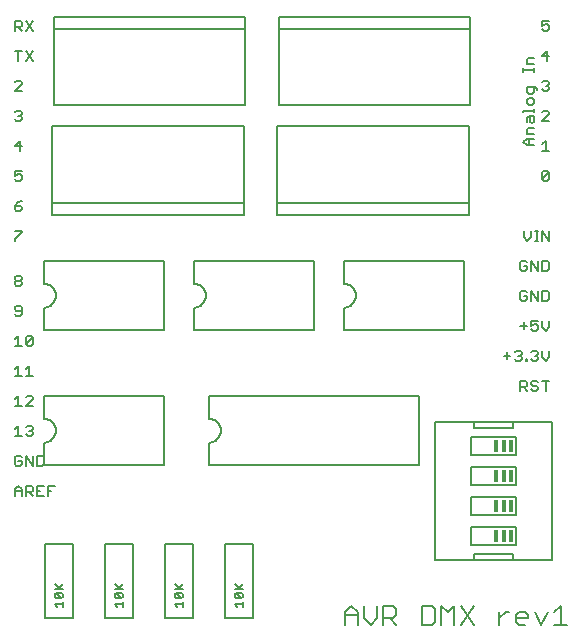
<source format=gto>
G75*
G70*
%OFA0B0*%
%FSLAX24Y24*%
%IPPOS*%
%LPD*%
%AMOC8*
5,1,8,0,0,1.08239X$1,22.5*
%
%ADD10C,0.0060*%
%ADD11R,0.0150X0.0400*%
%ADD12C,0.0080*%
%ADD13C,0.0050*%
D10*
X002030Y012082D02*
X002030Y012309D01*
X002143Y012423D01*
X002257Y012309D01*
X002257Y012082D01*
X002398Y012082D02*
X002398Y012423D01*
X002568Y012423D01*
X002625Y012366D01*
X002625Y012253D01*
X002568Y012196D01*
X002398Y012196D01*
X002512Y012196D02*
X002625Y012082D01*
X002767Y012082D02*
X002993Y012082D01*
X003135Y012082D02*
X003135Y012423D01*
X003362Y012423D01*
X003248Y012253D02*
X003135Y012253D01*
X002993Y012423D02*
X002767Y012423D01*
X002767Y012082D01*
X002767Y012253D02*
X002880Y012253D01*
X002257Y012253D02*
X002030Y012253D01*
X002087Y013082D02*
X002200Y013082D01*
X002257Y013139D01*
X002257Y013253D01*
X002143Y013253D01*
X002030Y013366D02*
X002030Y013139D01*
X002087Y013082D01*
X002030Y013366D02*
X002087Y013423D01*
X002200Y013423D01*
X002257Y013366D01*
X002398Y013423D02*
X002398Y013082D01*
X002625Y013082D02*
X002398Y013423D01*
X002625Y013423D02*
X002625Y013082D01*
X002767Y013082D02*
X002937Y013082D01*
X002993Y013139D01*
X002993Y013366D01*
X002937Y013423D01*
X002767Y013423D01*
X002767Y013082D01*
X003000Y013102D02*
X003000Y013852D01*
X003039Y013854D01*
X003078Y013860D01*
X003116Y013869D01*
X003153Y013882D01*
X003189Y013899D01*
X003222Y013919D01*
X003254Y013943D01*
X003283Y013969D01*
X003309Y013998D01*
X003333Y014030D01*
X003353Y014063D01*
X003370Y014099D01*
X003383Y014136D01*
X003392Y014174D01*
X003398Y014213D01*
X003400Y014252D01*
X003398Y014291D01*
X003392Y014330D01*
X003383Y014368D01*
X003370Y014405D01*
X003353Y014441D01*
X003333Y014474D01*
X003309Y014506D01*
X003283Y014535D01*
X003254Y014561D01*
X003222Y014585D01*
X003189Y014605D01*
X003153Y014622D01*
X003116Y014635D01*
X003078Y014644D01*
X003039Y014650D01*
X003000Y014652D01*
X003000Y015402D01*
X007000Y015402D01*
X007000Y013102D01*
X003000Y013102D01*
X002568Y014082D02*
X002455Y014082D01*
X002398Y014139D01*
X002257Y014082D02*
X002030Y014082D01*
X002143Y014082D02*
X002143Y014423D01*
X002030Y014309D01*
X002398Y014366D02*
X002455Y014423D01*
X002568Y014423D01*
X002625Y014366D01*
X002625Y014309D01*
X002568Y014253D01*
X002625Y014196D01*
X002625Y014139D01*
X002568Y014082D01*
X002568Y014253D02*
X002512Y014253D01*
X002625Y015082D02*
X002398Y015082D01*
X002625Y015309D01*
X002625Y015366D01*
X002568Y015423D01*
X002455Y015423D01*
X002398Y015366D01*
X002257Y015082D02*
X002030Y015082D01*
X002143Y015082D02*
X002143Y015423D01*
X002030Y015309D01*
X002030Y016082D02*
X002257Y016082D01*
X002143Y016082D02*
X002143Y016423D01*
X002030Y016309D01*
X002398Y016309D02*
X002512Y016423D01*
X002512Y016082D01*
X002625Y016082D02*
X002398Y016082D01*
X002455Y017082D02*
X002398Y017139D01*
X002625Y017366D01*
X002625Y017139D01*
X002568Y017082D01*
X002455Y017082D01*
X002398Y017139D02*
X002398Y017366D01*
X002455Y017423D01*
X002568Y017423D01*
X002625Y017366D01*
X003000Y017602D02*
X003000Y018352D01*
X003039Y018354D01*
X003078Y018360D01*
X003116Y018369D01*
X003153Y018382D01*
X003189Y018399D01*
X003222Y018419D01*
X003254Y018443D01*
X003283Y018469D01*
X003309Y018498D01*
X003333Y018530D01*
X003353Y018563D01*
X003370Y018599D01*
X003383Y018636D01*
X003392Y018674D01*
X003398Y018713D01*
X003400Y018752D01*
X003398Y018791D01*
X003392Y018830D01*
X003383Y018868D01*
X003370Y018905D01*
X003353Y018941D01*
X003333Y018974D01*
X003309Y019006D01*
X003283Y019035D01*
X003254Y019061D01*
X003222Y019085D01*
X003189Y019105D01*
X003153Y019122D01*
X003116Y019135D01*
X003078Y019144D01*
X003039Y019150D01*
X003000Y019152D01*
X003000Y019902D01*
X007000Y019902D01*
X007000Y017602D01*
X003000Y017602D01*
X002257Y017082D02*
X002030Y017082D01*
X002143Y017082D02*
X002143Y017423D01*
X002030Y017309D01*
X002087Y018082D02*
X002200Y018082D01*
X002257Y018139D01*
X002257Y018366D01*
X002200Y018423D01*
X002087Y018423D01*
X002030Y018366D01*
X002030Y018309D01*
X002087Y018253D01*
X002257Y018253D01*
X002087Y018082D02*
X002030Y018139D01*
X002087Y019082D02*
X002030Y019139D01*
X002030Y019196D01*
X002087Y019253D01*
X002200Y019253D01*
X002257Y019196D01*
X002257Y019139D01*
X002200Y019082D01*
X002087Y019082D01*
X002087Y019253D02*
X002030Y019309D01*
X002030Y019366D01*
X002087Y019423D01*
X002200Y019423D01*
X002257Y019366D01*
X002257Y019309D01*
X002200Y019253D01*
X002030Y020582D02*
X002030Y020639D01*
X002257Y020866D01*
X002257Y020923D01*
X002030Y020923D01*
X002087Y021582D02*
X002200Y021582D01*
X002257Y021639D01*
X002257Y021696D01*
X002200Y021753D01*
X002030Y021753D01*
X002030Y021639D01*
X002087Y021582D01*
X002030Y021753D02*
X002143Y021866D01*
X002257Y021923D01*
X002200Y022582D02*
X002087Y022582D01*
X002030Y022639D01*
X002030Y022753D02*
X002143Y022809D01*
X002200Y022809D01*
X002257Y022753D01*
X002257Y022639D01*
X002200Y022582D01*
X002030Y022753D02*
X002030Y022923D01*
X002257Y022923D01*
X002200Y023582D02*
X002200Y023923D01*
X002030Y023753D01*
X002257Y023753D01*
X002200Y024582D02*
X002087Y024582D01*
X002030Y024639D01*
X002143Y024753D02*
X002200Y024753D01*
X002257Y024696D01*
X002257Y024639D01*
X002200Y024582D01*
X002200Y024753D02*
X002257Y024809D01*
X002257Y024866D01*
X002200Y024923D01*
X002087Y024923D01*
X002030Y024866D01*
X002030Y025582D02*
X002257Y025809D01*
X002257Y025866D01*
X002200Y025923D01*
X002087Y025923D01*
X002030Y025866D01*
X002030Y025582D02*
X002257Y025582D01*
X002143Y026582D02*
X002143Y026923D01*
X002030Y026923D02*
X002257Y026923D01*
X002398Y026923D02*
X002625Y026582D01*
X002398Y026582D02*
X002625Y026923D01*
X002625Y027582D02*
X002398Y027923D01*
X002257Y027866D02*
X002257Y027753D01*
X002200Y027696D01*
X002030Y027696D01*
X002143Y027696D02*
X002257Y027582D01*
X002398Y027582D02*
X002625Y027923D01*
X002257Y027866D02*
X002200Y027923D01*
X002030Y027923D01*
X002030Y027582D01*
X008000Y019902D02*
X008000Y019152D01*
X008039Y019150D01*
X008078Y019144D01*
X008116Y019135D01*
X008153Y019122D01*
X008189Y019105D01*
X008222Y019085D01*
X008254Y019061D01*
X008283Y019035D01*
X008309Y019006D01*
X008333Y018974D01*
X008353Y018941D01*
X008370Y018905D01*
X008383Y018868D01*
X008392Y018830D01*
X008398Y018791D01*
X008400Y018752D01*
X008398Y018713D01*
X008392Y018674D01*
X008383Y018636D01*
X008370Y018599D01*
X008353Y018563D01*
X008333Y018530D01*
X008309Y018498D01*
X008283Y018469D01*
X008254Y018443D01*
X008222Y018419D01*
X008189Y018399D01*
X008153Y018382D01*
X008116Y018369D01*
X008078Y018360D01*
X008039Y018354D01*
X008000Y018352D01*
X008000Y017602D01*
X012000Y017602D01*
X012000Y019902D01*
X008000Y019902D01*
X008500Y015402D02*
X008500Y014652D01*
X008539Y014650D01*
X008578Y014644D01*
X008616Y014635D01*
X008653Y014622D01*
X008689Y014605D01*
X008722Y014585D01*
X008754Y014561D01*
X008783Y014535D01*
X008809Y014506D01*
X008833Y014474D01*
X008853Y014441D01*
X008870Y014405D01*
X008883Y014368D01*
X008892Y014330D01*
X008898Y014291D01*
X008900Y014252D01*
X008898Y014213D01*
X008892Y014174D01*
X008883Y014136D01*
X008870Y014099D01*
X008853Y014063D01*
X008833Y014030D01*
X008809Y013998D01*
X008783Y013969D01*
X008754Y013943D01*
X008722Y013919D01*
X008689Y013899D01*
X008653Y013882D01*
X008616Y013869D01*
X008578Y013860D01*
X008539Y013854D01*
X008500Y013852D01*
X008500Y013102D01*
X015500Y013102D01*
X015500Y015402D01*
X008500Y015402D01*
X013000Y017602D02*
X013000Y018352D01*
X013039Y018354D01*
X013078Y018360D01*
X013116Y018369D01*
X013153Y018382D01*
X013189Y018399D01*
X013222Y018419D01*
X013254Y018443D01*
X013283Y018469D01*
X013309Y018498D01*
X013333Y018530D01*
X013353Y018563D01*
X013370Y018599D01*
X013383Y018636D01*
X013392Y018674D01*
X013398Y018713D01*
X013400Y018752D01*
X013398Y018791D01*
X013392Y018830D01*
X013383Y018868D01*
X013370Y018905D01*
X013353Y018941D01*
X013333Y018974D01*
X013309Y019006D01*
X013283Y019035D01*
X013254Y019061D01*
X013222Y019085D01*
X013189Y019105D01*
X013153Y019122D01*
X013116Y019135D01*
X013078Y019144D01*
X013039Y019150D01*
X013000Y019152D01*
X013000Y019902D01*
X017000Y019902D01*
X017000Y017602D01*
X013000Y017602D01*
X016050Y014552D02*
X017350Y014552D01*
X018650Y014552D01*
X018650Y014352D01*
X017350Y014352D01*
X017350Y014552D01*
X017250Y014052D02*
X018750Y014052D01*
X018750Y013452D01*
X017250Y013452D01*
X017250Y014052D01*
X017250Y013052D02*
X018750Y013052D01*
X018750Y012452D01*
X017250Y012452D01*
X017250Y013052D01*
X017250Y012052D02*
X018750Y012052D01*
X018750Y011452D01*
X017250Y011452D01*
X017250Y012052D01*
X017250Y011052D02*
X018750Y011052D01*
X018750Y010452D01*
X017250Y010452D01*
X017250Y011052D01*
X017350Y010152D02*
X017350Y009952D01*
X018650Y009952D01*
X019950Y009952D01*
X019950Y014552D01*
X018650Y014552D01*
X018880Y015582D02*
X018880Y015923D01*
X019050Y015923D01*
X019107Y015866D01*
X019107Y015753D01*
X019050Y015696D01*
X018880Y015696D01*
X018993Y015696D02*
X019107Y015582D01*
X019248Y015639D02*
X019305Y015582D01*
X019419Y015582D01*
X019475Y015639D01*
X019475Y015696D01*
X019419Y015753D01*
X019305Y015753D01*
X019248Y015809D01*
X019248Y015866D01*
X019305Y015923D01*
X019419Y015923D01*
X019475Y015866D01*
X019617Y015923D02*
X019844Y015923D01*
X019730Y015923D02*
X019730Y015582D01*
X019730Y016582D02*
X019844Y016696D01*
X019844Y016923D01*
X019617Y016923D02*
X019617Y016696D01*
X019730Y016582D01*
X019475Y016639D02*
X019419Y016582D01*
X019305Y016582D01*
X019248Y016639D01*
X019121Y016639D02*
X019121Y016582D01*
X019064Y016582D01*
X019064Y016639D01*
X019121Y016639D01*
X018923Y016639D02*
X018923Y016696D01*
X018866Y016753D01*
X018809Y016753D01*
X018866Y016753D02*
X018923Y016809D01*
X018923Y016866D01*
X018866Y016923D01*
X018753Y016923D01*
X018696Y016866D01*
X018554Y016753D02*
X018328Y016753D01*
X018441Y016866D02*
X018441Y016639D01*
X018696Y016639D02*
X018753Y016582D01*
X018866Y016582D01*
X018923Y016639D01*
X019248Y016866D02*
X019305Y016923D01*
X019419Y016923D01*
X019475Y016866D01*
X019475Y016809D01*
X019419Y016753D01*
X019475Y016696D01*
X019475Y016639D01*
X019419Y016753D02*
X019362Y016753D01*
X019419Y017582D02*
X019305Y017582D01*
X019248Y017639D01*
X019248Y017753D02*
X019362Y017809D01*
X019419Y017809D01*
X019475Y017753D01*
X019475Y017639D01*
X019419Y017582D01*
X019617Y017696D02*
X019730Y017582D01*
X019844Y017696D01*
X019844Y017923D01*
X019617Y017923D02*
X019617Y017696D01*
X019475Y017923D02*
X019248Y017923D01*
X019248Y017753D01*
X019107Y017753D02*
X018880Y017753D01*
X018993Y017866D02*
X018993Y017639D01*
X018937Y018582D02*
X019050Y018582D01*
X019107Y018639D01*
X019107Y018753D01*
X018993Y018753D01*
X018880Y018866D02*
X018880Y018639D01*
X018937Y018582D01*
X018880Y018866D02*
X018937Y018923D01*
X019050Y018923D01*
X019107Y018866D01*
X019248Y018923D02*
X019475Y018582D01*
X019475Y018923D01*
X019617Y018923D02*
X019617Y018582D01*
X019787Y018582D01*
X019844Y018639D01*
X019844Y018866D01*
X019787Y018923D01*
X019617Y018923D01*
X019248Y018923D02*
X019248Y018582D01*
X019248Y019582D02*
X019248Y019923D01*
X019475Y019582D01*
X019475Y019923D01*
X019617Y019923D02*
X019617Y019582D01*
X019787Y019582D01*
X019844Y019639D01*
X019844Y019866D01*
X019787Y019923D01*
X019617Y019923D01*
X019107Y019866D02*
X019050Y019923D01*
X018937Y019923D01*
X018880Y019866D01*
X018880Y019639D01*
X018937Y019582D01*
X019050Y019582D01*
X019107Y019639D01*
X019107Y019753D01*
X018993Y019753D01*
X019116Y020582D02*
X019230Y020696D01*
X019230Y020923D01*
X019371Y020923D02*
X019485Y020923D01*
X019428Y020923D02*
X019428Y020582D01*
X019371Y020582D02*
X019485Y020582D01*
X019617Y020582D02*
X019617Y020923D01*
X019844Y020582D01*
X019844Y020923D01*
X019116Y020582D02*
X019003Y020696D01*
X019003Y020923D01*
X019673Y022582D02*
X019617Y022639D01*
X019844Y022866D01*
X019844Y022639D01*
X019787Y022582D01*
X019673Y022582D01*
X019617Y022639D02*
X019617Y022866D01*
X019673Y022923D01*
X019787Y022923D01*
X019844Y022866D01*
X019844Y023582D02*
X019617Y023582D01*
X019730Y023582D02*
X019730Y023923D01*
X019617Y023809D01*
X019325Y023763D02*
X019098Y023763D01*
X018985Y023877D01*
X019098Y023990D01*
X019325Y023990D01*
X019325Y024131D02*
X019098Y024131D01*
X019098Y024302D01*
X019155Y024358D01*
X019325Y024358D01*
X019268Y024500D02*
X019325Y024556D01*
X019325Y024727D01*
X019155Y024727D01*
X019098Y024670D01*
X019098Y024556D01*
X019212Y024556D02*
X019212Y024727D01*
X019212Y024556D02*
X019268Y024500D01*
X019325Y024868D02*
X019325Y024981D01*
X019325Y024925D02*
X018985Y024925D01*
X018985Y024868D01*
X019155Y025114D02*
X019268Y025114D01*
X019325Y025170D01*
X019325Y025284D01*
X019268Y025340D01*
X019155Y025340D01*
X019098Y025284D01*
X019098Y025170D01*
X019155Y025114D01*
X019155Y025482D02*
X019268Y025482D01*
X019325Y025539D01*
X019325Y025709D01*
X019382Y025709D02*
X019098Y025709D01*
X019098Y025539D01*
X019155Y025482D01*
X019438Y025595D02*
X019438Y025652D01*
X019382Y025709D01*
X019617Y025639D02*
X019673Y025582D01*
X019787Y025582D01*
X019844Y025639D01*
X019844Y025696D01*
X019787Y025753D01*
X019730Y025753D01*
X019787Y025753D02*
X019844Y025809D01*
X019844Y025866D01*
X019787Y025923D01*
X019673Y025923D01*
X019617Y025866D01*
X019325Y026219D02*
X019325Y026332D01*
X019325Y026275D02*
X018985Y026275D01*
X018985Y026219D02*
X018985Y026332D01*
X019098Y026464D02*
X019098Y026634D01*
X019155Y026691D01*
X019325Y026691D01*
X019325Y026464D02*
X019098Y026464D01*
X019617Y026753D02*
X019844Y026753D01*
X019787Y026923D02*
X019617Y026753D01*
X019787Y026923D02*
X019787Y026582D01*
X019787Y027582D02*
X019673Y027582D01*
X019617Y027639D01*
X019617Y027753D02*
X019730Y027809D01*
X019787Y027809D01*
X019844Y027753D01*
X019844Y027639D01*
X019787Y027582D01*
X019617Y027753D02*
X019617Y027923D01*
X019844Y027923D01*
X019787Y024923D02*
X019673Y024923D01*
X019617Y024866D01*
X019787Y024923D02*
X019844Y024866D01*
X019844Y024809D01*
X019617Y024582D01*
X019844Y024582D01*
X019155Y023990D02*
X019155Y023763D01*
X016050Y014552D02*
X016050Y009952D01*
X017350Y009952D01*
X017350Y010152D02*
X018650Y010152D01*
X018650Y009952D01*
X018507Y008209D02*
X018400Y008209D01*
X018186Y007996D01*
X018186Y008209D02*
X018186Y007782D01*
X018724Y007889D02*
X018724Y008103D01*
X018830Y008209D01*
X019044Y008209D01*
X019151Y008103D01*
X019151Y007996D01*
X018724Y007996D01*
X018724Y007889D02*
X018830Y007782D01*
X019044Y007782D01*
X019368Y008209D02*
X019582Y007782D01*
X019795Y008209D01*
X020013Y008209D02*
X020226Y008423D01*
X020226Y007782D01*
X020013Y007782D02*
X020440Y007782D01*
X017324Y007782D02*
X016897Y008423D01*
X016680Y008423D02*
X016680Y007782D01*
X016897Y007782D02*
X017324Y008423D01*
X016680Y008423D02*
X016466Y008209D01*
X016253Y008423D01*
X016253Y007782D01*
X016035Y007889D02*
X016035Y008316D01*
X015928Y008423D01*
X015608Y008423D01*
X015608Y007782D01*
X015928Y007782D01*
X016035Y007889D01*
X014746Y007782D02*
X014533Y007996D01*
X014639Y007996D02*
X014319Y007996D01*
X014319Y007782D02*
X014319Y008423D01*
X014639Y008423D01*
X014746Y008316D01*
X014746Y008103D01*
X014639Y007996D01*
X014102Y007996D02*
X014102Y008423D01*
X014102Y007996D02*
X013888Y007782D01*
X013675Y007996D01*
X013675Y008423D01*
X013457Y008209D02*
X013457Y007782D01*
X013457Y008103D02*
X013030Y008103D01*
X013030Y008209D02*
X013030Y007782D01*
X013030Y008209D02*
X013244Y008423D01*
X013457Y008209D01*
D11*
X018075Y010752D03*
X018325Y010752D03*
X018575Y010752D03*
X018575Y011752D03*
X018325Y011752D03*
X018075Y011752D03*
X018075Y012752D03*
X018325Y012752D03*
X018575Y012752D03*
X018575Y013752D03*
X018325Y013752D03*
X018075Y013752D03*
D12*
X003028Y010493D02*
X003028Y008012D01*
X003972Y008012D01*
X003972Y010493D01*
X003028Y010493D01*
X005028Y010493D02*
X005028Y008012D01*
X005972Y008012D01*
X005972Y010493D01*
X005028Y010493D01*
X007028Y010493D02*
X007028Y008012D01*
X007972Y008012D01*
X007972Y010493D01*
X007028Y010493D01*
X009028Y010493D02*
X009028Y008012D01*
X009972Y008012D01*
X009972Y010493D01*
X009028Y010493D01*
X009657Y021453D02*
X003280Y021453D01*
X003280Y021847D01*
X009657Y021847D01*
X009657Y021453D01*
X009657Y021847D02*
X009657Y024406D01*
X003280Y024406D01*
X003280Y021847D01*
X003343Y025099D02*
X003343Y027658D01*
X009720Y027658D01*
X009720Y025099D01*
X003343Y025099D01*
X003343Y027658D02*
X003343Y028052D01*
X009720Y028052D01*
X009720Y027658D01*
X010843Y027658D02*
X017220Y027658D01*
X017220Y025099D01*
X010843Y025099D01*
X010843Y027658D01*
X010843Y028052D01*
X017220Y028052D01*
X017220Y027658D01*
X017157Y024406D02*
X017157Y021847D01*
X010780Y021847D01*
X010780Y024406D01*
X017157Y024406D01*
X017157Y021847D02*
X017157Y021453D01*
X010780Y021453D01*
X010780Y021847D01*
D13*
X009625Y009147D02*
X009490Y009012D01*
X009535Y008967D02*
X009355Y009147D01*
X009355Y008967D02*
X009625Y008967D01*
X009580Y008852D02*
X009625Y008807D01*
X009625Y008717D01*
X009580Y008672D01*
X009400Y008852D01*
X009580Y008852D01*
X009580Y008672D02*
X009400Y008672D01*
X009355Y008717D01*
X009355Y008807D01*
X009400Y008852D01*
X009625Y008558D02*
X009625Y008377D01*
X009625Y008467D02*
X009355Y008467D01*
X009445Y008377D01*
X007625Y008377D02*
X007625Y008558D01*
X007625Y008467D02*
X007355Y008467D01*
X007445Y008377D01*
X007400Y008672D02*
X007355Y008717D01*
X007355Y008807D01*
X007400Y008852D01*
X007580Y008672D01*
X007625Y008717D01*
X007625Y008807D01*
X007580Y008852D01*
X007400Y008852D01*
X007355Y008967D02*
X007625Y008967D01*
X007535Y008967D02*
X007355Y009147D01*
X007490Y009012D02*
X007625Y009147D01*
X007580Y008672D02*
X007400Y008672D01*
X005625Y008717D02*
X005580Y008672D01*
X005400Y008852D01*
X005580Y008852D01*
X005625Y008807D01*
X005625Y008717D01*
X005580Y008672D02*
X005400Y008672D01*
X005355Y008717D01*
X005355Y008807D01*
X005400Y008852D01*
X005355Y008967D02*
X005625Y008967D01*
X005535Y008967D02*
X005355Y009147D01*
X005490Y009012D02*
X005625Y009147D01*
X005625Y008558D02*
X005625Y008377D01*
X005625Y008467D02*
X005355Y008467D01*
X005445Y008377D01*
X003625Y008377D02*
X003625Y008558D01*
X003625Y008467D02*
X003355Y008467D01*
X003445Y008377D01*
X003400Y008672D02*
X003355Y008717D01*
X003355Y008807D01*
X003400Y008852D01*
X003580Y008672D01*
X003625Y008717D01*
X003625Y008807D01*
X003580Y008852D01*
X003400Y008852D01*
X003355Y008967D02*
X003625Y008967D01*
X003535Y008967D02*
X003355Y009147D01*
X003490Y009012D02*
X003625Y009147D01*
X003580Y008672D02*
X003400Y008672D01*
M02*

</source>
